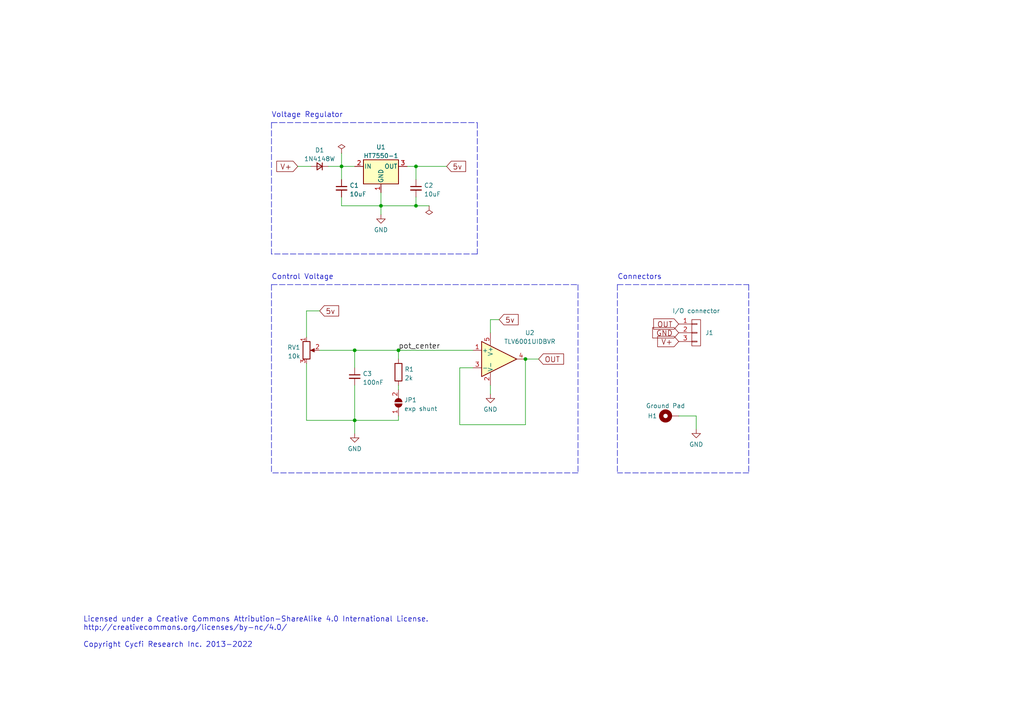
<source format=kicad_sch>
(kicad_sch (version 20211123) (generator eeschema)
  (paper "A4")
  (title_block (title "CV Pot Small") (date "2022-02-24") (rev "v3.0") (company "Document Number: 2022004"))
  (lib_symbols
    (symbol "Device:C_Small" (pin_numbers hide) (pin_names (offset 0.254) hide)
      (property "Reference" "C" (at 0.254 1.778 0))
      (property "Value" "C_Small" (at 0.254 -2.032 0))
      (symbol "C_Small_0_1"
        (polyline (pts (xy -1.524 -0.508) (xy 1.524 -0.508)) (stroke (width 0.3302)))
        (polyline (pts (xy -1.524 0.508) (xy 1.524 0.508)) (stroke (width 0.3048)))
      )
      (symbol "C_Small_1_1"
        (pin passive line (at 0 2.54 270) (length 2.032) (name "~") (number "1"))
        (pin passive line (at 0 -2.54 90) (length 2.032) (name "~") (number "2"))
      )
    )
    (symbol "Device:D_Small" (pin_numbers hide) (pin_names (offset 0.254) hide)
      (property "Reference" "D" (at -1.27 2.032 0))
      (property "Value" "D_Small" (at -3.81 -2.032 0))
      (symbol "D_Small_0_1"
        (polyline (pts (xy -0.762 -1.016) (xy -0.762 1.016)) (stroke (width 0.254)))
        (polyline (pts (xy -0.762 0) (xy 0.762 0)))
        (polyline (pts (xy 0.762 -1.016) (xy -0.762 0) (xy 0.762 1.016) (xy 0.762 -1.016)) (stroke (width 0.254)))
      )
      (symbol "D_Small_1_1"
        (pin passive line (at -2.54 0 0) (length 1.778) (name "K") (number "1"))
        (pin passive line (at 2.54 0 180) (length 1.778) (name "A") (number "2"))
      )
    )
    (symbol "Device:R" (pin_numbers hide) (pin_names (offset 0))
      (property "Reference" "R" (at 2.032 0 90))
      (property "Value" "R" (at 0 0 90))
      (symbol "R_0_1"
        (rectangle (start -1.016 -2.54) (end 1.016 2.54) (stroke (width 0.254)))
      )
      (symbol "R_1_1"
        (pin passive line (at 0 3.81 270) (length 1.27) (name "~") (number "1"))
        (pin passive line (at 0 -3.81 90) (length 1.27) (name "~") (number "2"))
      )
    )
    (symbol "Device:R_Potentiometer" (pin_names (offset 1.016) hide)
      (property "Reference" "RV" (at -4.445 0 90))
      (property "Value" "R_Potentiometer" (at -2.54 0 90))
      (symbol "R_Potentiometer_0_1"
        (polyline (pts (xy 2.54 0) (xy 1.524 0)))
        (polyline (pts (xy 1.143 0) (xy 2.286 0.508) (xy 2.286 -0.508) (xy 1.143 0)) (fill (type outline)))
        (rectangle (start 1.016 2.54) (end -1.016 -2.54) (stroke (width 0.254)))
      )
      (symbol "R_Potentiometer_1_1"
        (pin passive line (at 0 3.81 270) (length 1.27) (name "1") (number "1"))
        (pin passive line (at 3.81 0 180) (length 1.27) (name "2") (number "2"))
        (pin passive line (at 0 -3.81 90) (length 1.27) (name "3") (number "3"))
      )
    )
    (symbol "Jumper:SolderJumper_2_Open" (pin_names (offset 0) hide)
      (property "Reference" "JP" (at 0 2.032 0))
      (property "Value" "SolderJumper_2_Open" (at 0 -2.54 0))
      (symbol "SolderJumper_2_Open_0_1"
        (arc (start -0.254 1.016) (mid -1.27 0) (end -0.254 -1.016))
        (arc (start -0.254 1.016) (mid -1.27 0) (end -0.254 -1.016) (fill (type outline)))
        (polyline (pts (xy -0.254 1.016) (xy -0.254 -1.016)))
        (polyline (pts (xy 0.254 1.016) (xy 0.254 -1.016)))
        (arc (start 0.254 -1.016) (mid 1.27 0) (end 0.254 1.016))
        (arc (start 0.254 -1.016) (mid 1.27 0) (end 0.254 1.016) (fill (type outline)))
      )
      (symbol "SolderJumper_2_Open_1_1"
        (pin passive line (at -3.81 0 0) (length 2.54) (name "A") (number "1"))
        (pin passive line (at 3.81 0 180) (length 2.54) (name "B") (number "2"))
      )
    )
    (symbol "Mechanical:MountingHole_Pad" (pin_numbers hide) (pin_names (offset 1.016) hide)
      (property "Reference" "H" (at 0 6.35 0))
      (property "Value" "MountingHole_Pad" (at 0 4.445 0))
      (symbol "MountingHole_Pad_0_1"
        (circle (center 0 1.27) (radius 1.27) (stroke (width 1.27)))
      )
      (symbol "MountingHole_Pad_1_1"
        (pin input line (at 0 -2.54 90) (length 2.54) (name "1") (number "1"))
      )
    )
    (symbol "cycfi_library:conn_1x3" (pin_names (offset 1.016) hide)
      (property "Reference" "J" (at 0 5.08 0))
      (property "Value" "conn_1x3" (at 2.54 0 90))
      (symbol "conn_1x3_0_1"
        (rectangle (start -1.27 -2.413) (end 0.254 -2.667))
        (rectangle (start -1.27 0.127) (end 0.254 -0.127))
        (rectangle (start -1.27 2.667) (end 0.254 2.413))
        (rectangle (start -1.27 3.81) (end 1.27 -3.81))
      )
      (symbol "conn_1x3_1_1"
        (pin passive line (at -5.08 2.54 0) (length 3.81) (name "P1") (number "1"))
        (pin passive line (at -5.08 0 0) (length 3.81) (name "P2") (number "2"))
        (pin passive line (at -5.08 -2.54 0) (length 3.81) (name "P3") (number "3"))
      )
    )
    (symbol "cycfi_library:opamp_dbv2" (pin_names (offset 0.127))
      (property "Reference" "U" (at -1.27 6.35 0))
      (property "Value" "opamp_dbv2" (at -1.27 3.81 0))
      (symbol "opamp_dbv2_0_1"
        (polyline (pts (xy -5.08 5.08) (xy 5.08 0) (xy -5.08 -5.08) (xy -5.08 5.08)) (stroke (width 0.254)) (fill (type background)))
        (pin power_in line (at -2.54 -7.62 90) (length 3.81) (name "V-") (number "2"))
        (pin power_in line (at -2.54 7.62 270) (length 3.81) (name "V+") (number "5"))
      )
      (symbol "opamp_dbv2_1_1"
        (pin input line (at -7.62 2.54 0) (length 2.54) (name "+") (number "1"))
        (pin input line (at -7.62 -2.54 0) (length 2.54) (name "-") (number "3"))
        (pin output line (at 7.62 0 180) (length 2.54) (name "~") (number "4"))
      )
    )
    (symbol "cycfi_library:sot89-3-gio" (pin_names (offset 0.254))
      (property "Reference" "U" (at -3.81 3.175 0))
      (property "Value" "sot89-3-gio" (at -0.635 3.175 0))
      (symbol "sot89-3-gio_0_1"
        (rectangle (start -5.08 1.905) (end 5.08 -5.08) (stroke (width 0.254)) (fill (type background)))
      )
      (symbol "sot89-3-gio_1_1"
        (pin power_in line (at 0 -7.62 90) (length 2.54) (name "GND") (number "1"))
        (pin power_in line (at -7.62 0 0) (length 2.54) (name "IN") (number "2"))
        (pin power_out line (at 7.62 0 180) (length 2.54) (name "OUT") (number "3"))
      )
    )
    (symbol "power:GND" (power) (pin_names (offset 0))
      (property "Value" "GND" (at 0 -3.81 0))
      (symbol "GND_0_1"
        (polyline (pts (xy 0 0) (xy 0 -1.27) (xy 1.27 -1.27) (xy 0 -2.54) (xy -1.27 -1.27) (xy 0 -1.27)))
      )
      (symbol "GND_1_1"
        (pin power_in line (at 0 0 270) (length 0) hide (name "GND") (number "1"))
      )
    )
    (symbol "power:PWR_FLAG" (power) (pin_numbers hide) (pin_names (offset 0) hide)
      (property "Value" "PWR_FLAG" (at 0 3.81 0))
      (symbol "PWR_FLAG_0_0"
        (pin power_out line (at 0 0 90) (length 0) (name "pwr") (number "1"))
      )
      (symbol "PWR_FLAG_0_1"
        (polyline (pts (xy 0 0) (xy 0 1.27) (xy -1.016 1.905) (xy 0 2.54) (xy 1.016 1.905) (xy 0 1.27)))
      )
    )
  )
  (junction (at 115.57 101.6))
  (junction (at 110.49 59.69))
  (junction (at 120.65 48.26))
  (junction (at 99.06 48.26))
  (junction (at 152.4 104.14))
  (junction (at 120.65 59.69))
  (junction (at 102.87 101.6))
  (junction (at 102.87 121.92))
  (polyline (pts (xy 78.74 82.55) (xy 78.74 137.16)))
  (wire (pts (xy 88.9 105.41) (xy 88.9 121.92)))
  (wire (pts (xy 99.06 48.26) (xy 102.87 48.26)))
  (wire (pts (xy 120.65 48.26) (xy 129.54 48.26)))
  (wire (pts (xy 133.35 123.19) (xy 152.4 123.19)))
  (wire (pts (xy 152.4 104.14) (xy 152.4 123.19)))
  (wire (pts (xy 115.57 120.65) (xy 115.57 121.92)))
  (wire (pts (xy 92.71 101.6) (xy 102.87 101.6)))
  (polyline (pts (xy 179.07 82.55) (xy 217.17 82.55)))
  (wire (pts (xy 92.71 90.17) (xy 88.9 90.17)))
  (wire (pts (xy 102.87 121.92) (xy 115.57 121.92)))
  (polyline (pts (xy 138.43 73.66) (xy 78.74 73.66)))
  (wire (pts (xy 102.87 101.6) (xy 115.57 101.6)))
  (wire (pts (xy 152.4 104.14) (xy 156.21 104.14)))
  (wire (pts (xy 120.65 59.69) (xy 124.46 59.69)))
  (wire (pts (xy 120.65 48.26) (xy 120.65 52.07)))
  (polyline (pts (xy 78.74 82.55) (xy 167.64 82.55)))
  (wire (pts (xy 120.65 57.15) (xy 120.65 59.69)))
  (wire (pts (xy 142.24 111.76) (xy 142.24 114.3)))
  (wire (pts (xy 120.65 59.69) (xy 110.49 59.69)))
  (polyline (pts (xy 78.74 35.56) (xy 78.74 73.66)))
  (wire (pts (xy 102.87 121.92) (xy 102.87 125.73)))
  (wire (pts (xy 88.9 121.92) (xy 102.87 121.92)))
  (wire (pts (xy 88.9 90.17) (xy 88.9 97.79)))
  (wire (pts (xy 99.06 44.45) (xy 99.06 48.26)))
  (wire (pts (xy 115.57 101.6) (xy 115.57 104.14)))
  (wire (pts (xy 118.11 48.26) (xy 120.65 48.26)))
  (polyline (pts (xy 78.74 35.56) (xy 138.43 35.56)))
  (wire (pts (xy 110.49 62.23) (xy 110.49 59.69)))
  (polyline (pts (xy 167.64 82.55) (xy 167.64 137.16)))
  (polyline (pts (xy 217.17 137.16) (xy 179.07 137.16)))
  (wire (pts (xy 196.85 120.65) (xy 201.93 120.65)))
  (wire (pts (xy 201.93 120.65) (xy 201.93 124.46)))
  (wire (pts (xy 102.87 101.6) (xy 102.87 106.68)))
  (wire (pts (xy 95.25 48.26) (xy 99.06 48.26)))
  (wire (pts (xy 142.24 92.71) (xy 144.78 92.71)))
  (wire (pts (xy 86.36 48.26) (xy 90.17 48.26)))
  (polyline (pts (xy 167.64 137.16) (xy 78.74 137.16)))
  (polyline (pts (xy 138.43 35.56) (xy 138.43 73.66)))
  (wire (pts (xy 102.87 111.76) (xy 102.87 121.92)))
  (wire (pts (xy 133.35 106.68) (xy 133.35 123.19)))
  (wire (pts (xy 137.16 106.68) (xy 133.35 106.68)))
  (wire (pts (xy 99.06 48.26) (xy 99.06 52.07)))
  (wire (pts (xy 115.57 111.76) (xy 115.57 113.03)))
  (polyline (pts (xy 179.07 82.55) (xy 179.07 137.16)))
  (polyline (pts (xy 217.17 82.55) (xy 217.17 137.16)))
  (wire (pts (xy 99.06 57.15) (xy 99.06 59.69)))
  (wire (pts (xy 142.24 96.52) (xy 142.24 92.71)))
  (wire (pts (xy 110.49 55.88) (xy 110.49 59.69)))
  (wire (pts (xy 99.06 59.69) (xy 110.49 59.69)))
  (wire (pts (xy 115.57 101.6) (xy 137.16 101.6)))
  (text "Connectors" (at 179.07 81.28 0) (effects (font (size 1.524 1.524)) (justify left bottom)))
  (text "Licensed under a Creative Commons Attribution-ShareAlike 4.0 International License. \nhttp://creativecommons.org/licenses/by-nc/4.0/\n\nCopyright Cycfi Research Inc. 2013-2022" (at 24.13 187.96 0) (effects (font (size 1.524 1.524)) (justify left bottom)))
  (text "Voltage Regulator" (at 78.74 34.29 0) (effects (font (size 1.524 1.524)) (justify left bottom)))
  (text "Control Voltage" (at 78.74 81.28 0) (effects (font (size 1.524 1.524)) (justify left bottom)))
  (label "pot_center" (at 115.57 101.6 0) (effects (font (size 1.524 1.524))))
  (global_label "OUT" (shape input) (at 196.85 93.98 180) (effects (font (size 1.524 1.524))) (property "Intersheet References" "${INTERSHEET_REFS}" (effects hide)))
  (global_label "V+" (shape input) (at 196.85 99.06 180) (effects (font (size 1.524 1.524))) (property "Intersheet References" "${INTERSHEET_REFS}" (effects hide)))
  (global_label "5v" (shape input) (at 92.71 90.17 0) (effects (font (size 1.524 1.524))) (property "Intersheet References" "${INTERSHEET_REFS}" (effects hide)))
  (global_label "5v" (shape input) (at 144.78 92.71 0) (effects (font (size 1.524 1.524))) (property "Intersheet References" "${INTERSHEET_REFS}" (effects hide)))
  (global_label "5v" (shape input) (at 129.54 48.26 0) (effects (font (size 1.524 1.524))) (property "Intersheet References" "${INTERSHEET_REFS}" (effects hide)))
  (global_label "OUT" (shape input) (at 156.21 104.14 0) (effects (font (size 1.524 1.524))) (property "Intersheet References" "${INTERSHEET_REFS}" (effects hide)))
  (global_label "GND" (shape input) (at 196.85 96.52 180) (effects (font (size 1.524 1.524))) (property "Intersheet References" "${INTERSHEET_REFS}" (effects hide)))
  (global_label "V+" (shape input) (at 86.36 48.26 180) (effects (font (size 1.524 1.524))) (property "Intersheet References" "${INTERSHEET_REFS}" (effects hide)))
  (symbol (lib_id "Device:D_Small") (at 92.71 48.26 180) (unit 1)
    (property "Reference" "D1" (at 92.71 43.5442 0))
    (property "Value" "1N4148W" (at 92.71 46.0811 0))
    (property "Footprint" "Diode_SMD:D_SOD-123" (effects hide))
    (property "LCSC" "C81598" (effects hide))
  )
  (symbol (lib_id "power:GND") (at 110.49 62.23 0) (unit 1)
    (property "Reference" "#PWR02" (effects hide))
    (property "Value" "GND" (at 110.49 66.6734 0))
  )
  (symbol (lib_id "power:GND") (at 142.24 114.3 0) (unit 1)
    (property "Reference" "#PWR05" (effects hide))
    (property "Value" "GND" (at 142.24 118.7434 0))
  )
  (symbol (lib_id "power:PWR_FLAG") (at 124.46 59.69 180) (unit 1)
    (property "Reference" "#FLG02" (effects hide))
    (property "Value" "PWR_FLAG" (effects hide))
  )
  (symbol (lib_id "power:GND") (at 102.87 125.73 0) (unit 1)
    (property "Reference" "#PWR01" (effects hide))
    (property "Value" "GND" (at 102.87 130.1734 0))
  )
  (symbol (lib_id "Device:R") (at 115.57 107.95 0) (unit 1)
    (property "Reference" "R1" (at 117.348 107.1153 0) (effects (justify left)))
    (property "Value" "2k" (at 117.348 109.6522 0) (effects (justify left)))
    (property "Footprint" "Resistor_SMD:R_0402_1005Metric" (effects hide))
    (property "LCSC" "C4109" (effects hide))
  )
  (symbol (lib_id "Device:C_Small") (at 99.06 54.61 0) (unit 1)
    (property "Reference" "C1" (at 101.3841 53.7816 0) (effects (justify left)))
    (property "Value" "10uF" (at 101.3841 56.3185 0) (effects (justify left)))
    (property "Footprint" "Capacitor_SMD:C_0805_2012Metric" (effects hide))
    (property "LCSC" "C15850" (effects hide))
  )
  (symbol (lib_id "Device:R_Potentiometer") (at 88.9 101.6 0) (unit 1)
    (property "Reference" "RV1" (at 87.1221 100.7653 0) (effects (justify right)))
    (property "Value" "10k" (at 87.1221 103.3022 0) (effects (justify right)))
    (property "Footprint" "cycfi_library:Alps_RS301111A01G" (effects hide))
  )
  (symbol (lib_id "Device:C_Small") (at 120.65 54.61 0) (unit 1)
    (property "Reference" "C2" (at 122.9741 53.7816 0) (effects (justify left)))
    (property "Value" "10uF" (at 122.9741 56.3185 0) (effects (justify left)))
    (property "Footprint" "Capacitor_SMD:C_0805_2012Metric" (effects hide))
    (property "LCSC" "C15850" (effects hide))
  )
  (symbol (lib_id "Jumper:SolderJumper_2_Open") (at 115.57 116.84 90) (unit 1)
    (property "Reference" "JP1" (at 117.221 116.0053 90) (effects (justify right)))
    (property "Value" "exp shunt" (at 117.221 118.5422 90) (effects (justify right)))
    (property "Footprint" "Jumper:SolderJumper-2_P1.3mm_Open_TrianglePad1.0x1.5mm" (effects hide))
  )
  (symbol (lib_id "cycfi_library:sot89-3-gio") (at 110.49 48.26 0) (unit 1)
    (property "Reference" "U1" (at 110.49 42.6552 0))
    (property "Value" "HT7550-1" (at 110.49 45.1921 0))
    (property "Footprint" "Package_TO_SOT_SMD:SOT-89-3" (effects hide))
    (property "LCSC" "C16106" (effects hide))
  )
  (symbol (lib_id "Mechanical:MountingHole_Pad") (at 194.31 120.65 90) (unit 1)
    (property "Reference" "H1" (at 189.23 120.65 90))
    (property "Value" "Ground Pad" (at 193.04 117.7091 90))
    (property "Footprint" "cycfi_library:single-pad-2x2-circular" (effects hide))
  )
  (symbol (lib_id "power:PWR_FLAG") (at 99.06 44.45 0) (unit 1)
    (property "Reference" "#FLG01" (effects hide))
    (property "Value" "PWR_FLAG" (effects hide))
  )
  (symbol (lib_id "cycfi_library:conn_1x3") (at 201.93 96.52 0) (unit 1)
    (property "Reference" "J1" (at 205.74 96.52 0))
    (property "Value" "I/O connector" (at 201.93 90.1669 0))
    (property "Footprint" "cycfi_library:pin_header_1x3p_2.54mm_smd_horizontal" (effects hide))
  )
  (symbol (lib_id "Device:C_Small") (at 102.87 109.22 0) (unit 1)
    (property "Reference" "C3" (at 105.1941 108.3916 0) (effects (justify left)))
    (property "Value" "100nF" (at 105.1941 110.9285 0) (effects (justify left)))
    (property "Footprint" "Capacitor_SMD:C_0402_1005Metric" (effects hide))
    (property "LCSC" "C307331" (effects hide))
  )
  (symbol (lib_id "cycfi_library:opamp_dbv2") (at 144.78 104.14 0) (unit 1)
    (property "Reference" "U2" (at 153.67 96.52 0))
    (property "Value" "TLV6001UIDBVR" (at 153.67 99.0569 0))
    (property "Footprint" "Package_TO_SOT_SMD:SOT-23-5" (effects hide))
  )
  (symbol (lib_id "power:GND") (at 201.93 124.46 0) (unit 1)
    (property "Reference" "#PWR03" (effects hide))
    (property "Value" "GND" (at 201.93 128.9034 0))
  )
)
</source>
